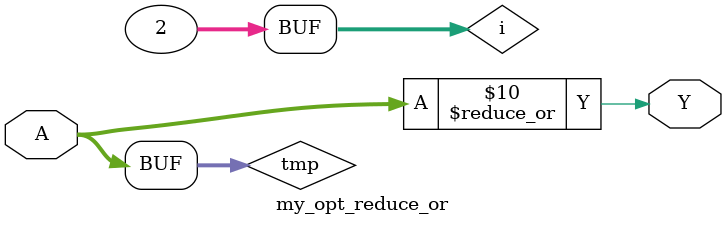
<source format=v>
(* techmap_celltype = "$reduce_or" *)
module my_opt_reduce_or(...);
    parameter A_SIGNED = 0;
    parameter A_WIDTH = 2;
    parameter Y_WIDTH = 1;

    input [A_WIDTH-1:0] A;
    output reg [Y_WIDTH-1:0] Y;

    parameter _TECHMAP_CONSTMSK_A_ = 0;
    parameter _TECHMAP_CONSTVAL_A_ = 0;

    wire _TECHMAP_FAIL_ = count_nonconst_bits() == A_WIDTH;
    wire [1024:0] _TECHMAP_DO_ = "proc;;";

    function integer count_nonconst_bits;
        integer i;
        begin
            count_nonconst_bits = 0;
            for (i = 0; i < A_WIDTH; i=i+1)
                if (!_TECHMAP_CONSTMSK_A_[i])
                    count_nonconst_bits = count_nonconst_bits+1;
        end
    endfunction

    function has_const_one;
        integer i;
        begin
            has_const_one = 0;
            for (i = 0; i < A_WIDTH; i=i+1)
                if (_TECHMAP_CONSTMSK_A_[i] && _TECHMAP_CONSTVAL_A_[i] === 1'b1)
                    has_const_one = 1;
        end
    endfunction

    integer i;
    reg [count_nonconst_bits()-1:0] tmp;

    always @* begin
        if (has_const_one()) begin
            Y = 1;
        end else begin
            for (i = 0; i < A_WIDTH; i=i+1)
                if (!_TECHMAP_CONSTMSK_A_[i])
                    tmp = {A[i], tmp[count_nonconst_bits()-1:1]};
            Y = |tmp;
        end
    end
endmodule

</source>
